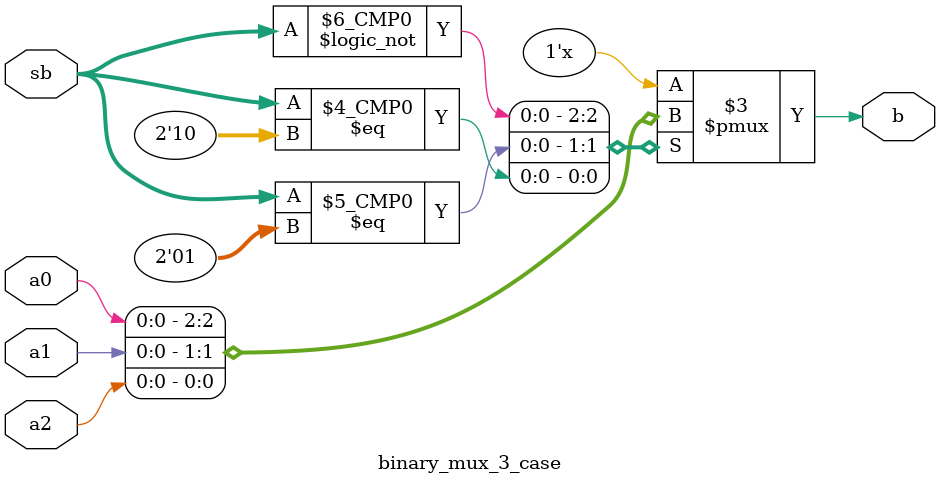
<source format=v>

module binary_mux_3_case (
    a0,a1,a2,sb,b
);
    parameter  k = 1;
    input [k-1:0] a0,a1,a2; //输入信号
    input [1:0] sb; //二进制编码的选择信号
    output [k-1:0] b;
    reg [k-1:0] b;

    always @(*) begin
       case (sb)
           0        : b=a0;
           1        : b=a1;
           2        : b=a2; 
           default  : b = {k{1'bx}};
       endcase 
    end

endmodule

</source>
